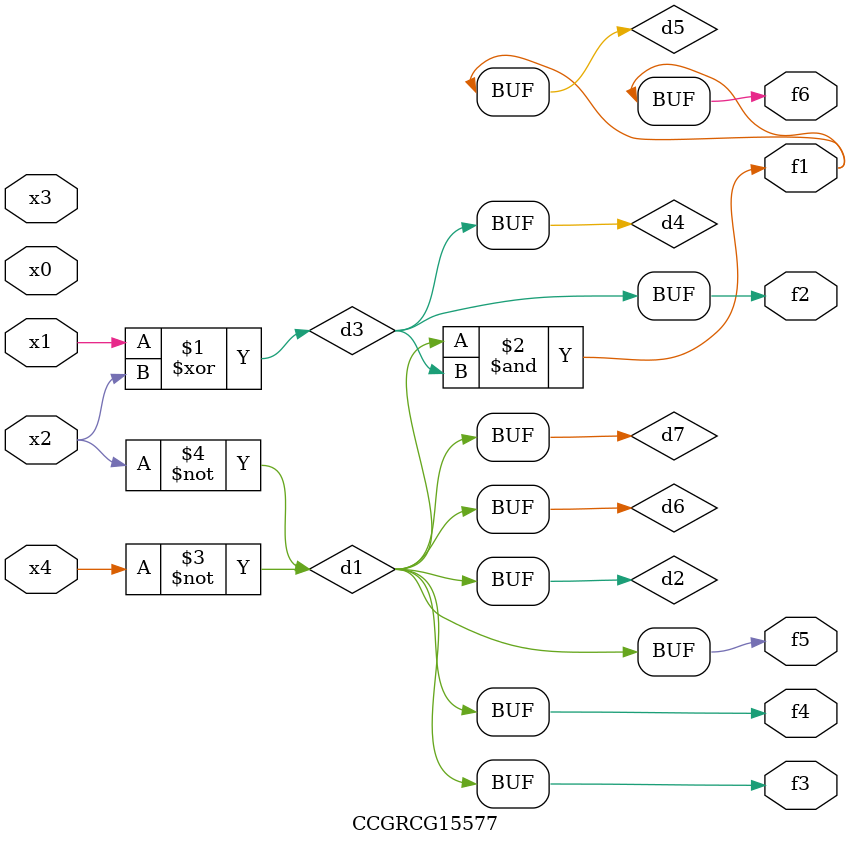
<source format=v>
module CCGRCG15577(
	input x0, x1, x2, x3, x4,
	output f1, f2, f3, f4, f5, f6
);

	wire d1, d2, d3, d4, d5, d6, d7;

	not (d1, x4);
	not (d2, x2);
	xor (d3, x1, x2);
	buf (d4, d3);
	and (d5, d1, d3);
	buf (d6, d1, d2);
	buf (d7, d2);
	assign f1 = d5;
	assign f2 = d4;
	assign f3 = d7;
	assign f4 = d7;
	assign f5 = d7;
	assign f6 = d5;
endmodule

</source>
